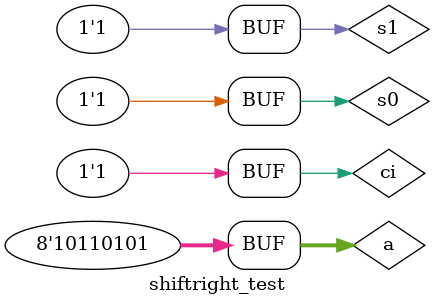
<source format=v>
module mux4to1(sel1, sel0, i0, i1, i2, i3 , f);
  input sel1, sel0, i0, i1, i2, i3;
  output f;
  wire w1, w2, w3, w4, nsel1, nsel0;
  not(nsel1, sel1);
  not(nsel0, sel0);
  
  and(w1, nsel1, nsel0, i0);
  and(w2, nsel1, sel0, i1);
  and(w3, sel1, nsel0, i2);
  and(w4, sel1, sel0, i3);
  
  or(f, w1, w2, w3, w4);
  
endmodule

module mux4to1_8bit(sel1, sel0, i0, i1, i2, i3 , f);
  input sel1, sel0;
  input [7:0]i3, i2, i1, i0;
  output [7:0]f;

  mux4to1 mux1(.sel1(sel1), .sel0(sel0), .i0(i0[0]), .i1(i1[0]), .i2(i2[0]), .i3(i3[0]), .f(f[0]));
  mux4to1 mux2(.sel1(sel1), .sel0(sel0), .i0(i0[1]), .i1(i1[1]), .i2(i2[1]), .i3(i3[1]), .f(f[1]));
  mux4to1 mux3(.sel1(sel1), .sel0(sel0), .i0(i0[2]), .i1(i1[2]), .i2(i2[2]), .i3(i3[2]), .f(f[2]));
  mux4to1 mux4(.sel1(sel1), .sel0(sel0), .i0(i0[3]), .i1(i1[3]), .i2(i2[3]), .i3(i3[3]), .f(f[3]));
  mux4to1 mux5(.sel1(sel1), .sel0(sel0), .i0(i0[4]), .i1(i1[4]), .i2(i2[4]), .i3(i3[4]), .f(f[4]));
  mux4to1 mux6(.sel1(sel1), .sel0(sel0), .i0(i0[5]), .i1(i1[5]), .i2(i2[5]), .i3(i3[5]), .f(f[5]));
  mux4to1 mux7(.sel1(sel1), .sel0(sel0), .i0(i0[6]), .i1(i1[6]), .i2(i2[6]), .i3(i3[6]), .f(f[6]));
  mux4to1 mux8(.sel1(sel1), .sel0(sel0), .i0(i0[7]), .i1(i1[7]), .i2(i2[7]), .i3(i3[7]), .f(f[7]));
endmodule

module shiftright(sel0,sel1,cin,x,f,cout);
input sel0,sel1,cin;
input [7:0]x;
output cout;
output [7:0]f;
wire [7:0]w0,w1,w2,w3;

//logic
buf (w0[7],0);
buf (w0[6],x[7]);
buf (w0[5],x[6]);
buf (w0[4],x[5]);
buf (w0[3],x[4]);
buf (w0[2],x[3]);
buf (w0[1],x[2]);
buf (w0[0],x[1]);

//Rotate right
buf (w1[7],x[0]);
buf (w1[6],x[7]);
buf (w1[5],x[6]);
buf (w1[4],x[5]);
buf (w1[3],x[4]);
buf (w1[2],x[3]);
buf (w1[1],x[2]);
buf (w1[0],x[1]);

//Rotate with carry
buf (w2[7],cin);
buf (w2[6],x[7]);
buf (w2[5],x[6]);
buf (w2[4],x[5]);
buf (w2[3],x[4]);
buf (w2[2],x[3]);
buf (w2[1],x[2]);
buf (w2[0],x[1]);
buf (cout,x[0]);

//Arithmatic
buf (w3[7],x[7]);
buf (w3[6],x[7]);
buf (w3[5],x[6]);
buf (w3[4],x[5]);
buf (w3[3],x[4]);
buf (w3[2],x[3]);
buf (w3[1],x[2]);
buf (w3[0],x[1]);

mux4to1_8bit shift (.sel1(sel1), .sel0(sel0), .i0(w0), .i1(w1), .i2(w2), .i3(w3) , .f(f));
endmodule

module shiftright_test;
reg s0,s1,ci;
reg [7:0]a;
wire co;
wire [7:0]y;
shiftright test(.sel1(s1), .sel0(s0), .cin(ci), .cout(co), .x(a), .f(y));
initial begin 
a = 8'b10110101;
{s1,s0} = 2'b00;
ci = 1'b1;
$monitor("x = %b s1,s0 = %b,%b f = %b",a,s1,s0,y);
#50
{s1,s0} = 2'b01;
$monitor("x = %b s1,s0 = %b,%b f = %b",a,s1,s0,y);
#50
{s1,s0} = 2'b10;
$monitor("x = %b s1,s0 = %b,%b cin = %b cout = %b f = %b ",a,s1,s0,ci,co,y);
#50
{s1,s0} = 2'b11;
$monitor("x = %b s1,s0 = %b,%b f = %b",a,s1,s0,y);
end
endmodule

</source>
